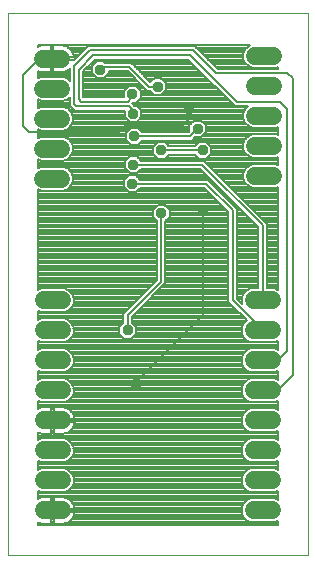
<source format=gbl>
G75*
%MOIN*%
%OFA0B0*%
%FSLAX25Y25*%
%IPPOS*%
%LPD*%
%AMOC8*
5,1,8,0,0,1.08239X$1,22.5*
%
%ADD10C,0.00000*%
%ADD11C,0.06000*%
%ADD12OC8,0.03562*%
%ADD13C,0.00800*%
D10*
X0002000Y0001000D02*
X0002000Y0181800D01*
X0102000Y0181800D01*
X0102000Y0001000D01*
X0002000Y0001000D01*
D11*
X0014000Y0016000D02*
X0020000Y0016000D01*
X0020000Y0026000D02*
X0014000Y0026000D01*
X0014000Y0036000D02*
X0020000Y0036000D01*
X0020000Y0046000D02*
X0014000Y0046000D01*
X0014000Y0056000D02*
X0020000Y0056000D01*
X0020000Y0066000D02*
X0014000Y0066000D01*
X0014000Y0076000D02*
X0020000Y0076000D01*
X0020000Y0086000D02*
X0014000Y0086000D01*
X0013800Y0126600D02*
X0019800Y0126600D01*
X0019800Y0136600D02*
X0013800Y0136600D01*
X0013800Y0146600D02*
X0019800Y0146600D01*
X0019800Y0156600D02*
X0013800Y0156600D01*
X0013800Y0166600D02*
X0019800Y0166600D01*
X0084600Y0167400D02*
X0090600Y0167400D01*
X0090600Y0157400D02*
X0084600Y0157400D01*
X0084600Y0147400D02*
X0090600Y0147400D01*
X0090600Y0137400D02*
X0084600Y0137400D01*
X0084600Y0127400D02*
X0090600Y0127400D01*
X0090000Y0086000D02*
X0084000Y0086000D01*
X0084000Y0076000D02*
X0090000Y0076000D01*
X0090000Y0066000D02*
X0084000Y0066000D01*
X0084000Y0056000D02*
X0090000Y0056000D01*
X0090000Y0046000D02*
X0084000Y0046000D01*
X0084000Y0036000D02*
X0090000Y0036000D01*
X0090000Y0026000D02*
X0084000Y0026000D01*
X0084000Y0016000D02*
X0090000Y0016000D01*
D12*
X0044812Y0058187D03*
X0042000Y0076000D03*
X0053250Y0115062D03*
X0043600Y0124900D03*
X0043900Y0131200D03*
X0044187Y0140688D03*
X0043875Y0148188D03*
X0043562Y0154750D03*
X0052000Y0157250D03*
X0062400Y0149700D03*
X0065437Y0143188D03*
X0067000Y0136000D03*
X0067000Y0116000D03*
X0053250Y0136000D03*
X0032938Y0162875D03*
D13*
X0033875Y0163813D01*
X0042625Y0163813D01*
X0049187Y0157250D01*
X0052000Y0157250D01*
X0049617Y0158800D02*
X0050848Y0160031D01*
X0053152Y0160031D01*
X0054781Y0158402D01*
X0054781Y0156098D01*
X0053152Y0154469D01*
X0050848Y0154469D01*
X0049467Y0155850D01*
X0048608Y0155850D01*
X0042045Y0162413D01*
X0035719Y0162413D01*
X0035719Y0161723D01*
X0034089Y0160094D01*
X0031786Y0160094D01*
X0030156Y0161723D01*
X0030156Y0164027D01*
X0031786Y0165656D01*
X0034089Y0165656D01*
X0034533Y0165212D01*
X0043205Y0165212D01*
X0044025Y0164392D01*
X0049617Y0158800D01*
X0049312Y0159105D02*
X0049922Y0159105D01*
X0050721Y0159904D02*
X0048514Y0159904D01*
X0047715Y0160702D02*
X0067818Y0160702D01*
X0068616Y0159904D02*
X0053279Y0159904D01*
X0054078Y0159105D02*
X0069415Y0159105D01*
X0070213Y0158307D02*
X0054781Y0158307D01*
X0054781Y0157508D02*
X0071012Y0157508D01*
X0071810Y0156710D02*
X0054781Y0156710D01*
X0054594Y0155911D02*
X0072609Y0155911D01*
X0073407Y0155113D02*
X0053796Y0155113D01*
X0050204Y0155113D02*
X0046344Y0155113D01*
X0046344Y0155902D02*
X0046344Y0153598D01*
X0044714Y0151969D01*
X0043699Y0151969D01*
X0043511Y0151781D01*
X0044025Y0151267D01*
X0044324Y0150969D01*
X0045027Y0150969D01*
X0046656Y0149339D01*
X0046656Y0147036D01*
X0045027Y0145406D01*
X0042723Y0145406D01*
X0041094Y0147036D01*
X0041094Y0149288D01*
X0024333Y0149288D01*
X0023512Y0150108D01*
X0023512Y0150208D01*
X0022800Y0150920D01*
X0022800Y0153943D01*
X0022066Y0153209D01*
X0020596Y0152600D01*
X0013004Y0152600D01*
X0012000Y0153016D01*
X0012000Y0150184D01*
X0013004Y0150600D01*
X0020596Y0150600D01*
X0022066Y0149991D01*
X0023191Y0148866D01*
X0023800Y0147396D01*
X0023800Y0145804D01*
X0023191Y0144334D01*
X0022066Y0143209D01*
X0020596Y0142600D01*
X0013004Y0142600D01*
X0012000Y0143016D01*
X0012000Y0140184D01*
X0013004Y0140600D01*
X0020596Y0140600D01*
X0022066Y0139991D01*
X0023191Y0138866D01*
X0023800Y0137396D01*
X0023800Y0135804D01*
X0023191Y0134334D01*
X0022066Y0133209D01*
X0020596Y0132600D01*
X0013004Y0132600D01*
X0012000Y0133016D01*
X0012000Y0130184D01*
X0013004Y0130600D01*
X0020596Y0130600D01*
X0022066Y0129991D01*
X0023191Y0128866D01*
X0023800Y0127396D01*
X0023800Y0125804D01*
X0023191Y0124334D01*
X0022066Y0123209D01*
X0020596Y0122600D01*
X0013004Y0122600D01*
X0012000Y0123016D01*
X0012000Y0089501D01*
X0013204Y0090000D01*
X0020796Y0090000D01*
X0022266Y0089391D01*
X0023391Y0088266D01*
X0024000Y0086796D01*
X0024000Y0085204D01*
X0023391Y0083734D01*
X0022266Y0082609D01*
X0020796Y0082000D01*
X0013204Y0082000D01*
X0012000Y0082499D01*
X0012000Y0079501D01*
X0013204Y0080000D01*
X0020796Y0080000D01*
X0022266Y0079391D01*
X0023391Y0078266D01*
X0024000Y0076796D01*
X0024000Y0075204D01*
X0023391Y0073734D01*
X0022266Y0072609D01*
X0020796Y0072000D01*
X0013204Y0072000D01*
X0012000Y0072499D01*
X0012000Y0069501D01*
X0013204Y0070000D01*
X0020796Y0070000D01*
X0022266Y0069391D01*
X0023391Y0068266D01*
X0024000Y0066796D01*
X0024000Y0065204D01*
X0023391Y0063734D01*
X0022266Y0062609D01*
X0020796Y0062000D01*
X0013204Y0062000D01*
X0012000Y0062499D01*
X0012000Y0059501D01*
X0013204Y0060000D01*
X0020796Y0060000D01*
X0022266Y0059391D01*
X0023391Y0058266D01*
X0024000Y0056796D01*
X0024000Y0055204D01*
X0023391Y0053734D01*
X0022266Y0052609D01*
X0020796Y0052000D01*
X0013204Y0052000D01*
X0012000Y0052499D01*
X0012000Y0049919D01*
X0012311Y0050078D01*
X0012970Y0050292D01*
X0013654Y0050400D01*
X0016600Y0050400D01*
X0016600Y0046400D01*
X0017400Y0046400D01*
X0017400Y0050400D01*
X0020346Y0050400D01*
X0021030Y0050292D01*
X0021689Y0050078D01*
X0022306Y0049763D01*
X0022866Y0049356D01*
X0023356Y0048866D01*
X0023763Y0048306D01*
X0024078Y0047689D01*
X0024292Y0047030D01*
X0024391Y0046400D01*
X0017400Y0046400D01*
X0017400Y0045600D01*
X0024391Y0045600D01*
X0024292Y0044970D01*
X0024078Y0044311D01*
X0023763Y0043694D01*
X0023356Y0043134D01*
X0022866Y0042644D01*
X0022306Y0042237D01*
X0021689Y0041922D01*
X0021030Y0041708D01*
X0020346Y0041600D01*
X0017400Y0041600D01*
X0017400Y0045600D01*
X0016600Y0045600D01*
X0016600Y0041600D01*
X0013654Y0041600D01*
X0012970Y0041708D01*
X0012311Y0041922D01*
X0012000Y0042081D01*
X0012000Y0039501D01*
X0013204Y0040000D01*
X0020796Y0040000D01*
X0022266Y0039391D01*
X0023391Y0038266D01*
X0024000Y0036796D01*
X0024000Y0035204D01*
X0023391Y0033734D01*
X0022266Y0032609D01*
X0020796Y0032000D01*
X0013204Y0032000D01*
X0012000Y0032499D01*
X0012000Y0029501D01*
X0013204Y0030000D01*
X0020796Y0030000D01*
X0022266Y0029391D01*
X0023391Y0028266D01*
X0024000Y0026796D01*
X0024000Y0025204D01*
X0023391Y0023734D01*
X0022266Y0022609D01*
X0020796Y0022000D01*
X0013204Y0022000D01*
X0012000Y0022499D01*
X0012000Y0019919D01*
X0012311Y0020078D01*
X0012970Y0020292D01*
X0013654Y0020400D01*
X0016600Y0020400D01*
X0016600Y0016400D01*
X0017400Y0016400D01*
X0017400Y0020400D01*
X0020346Y0020400D01*
X0021030Y0020292D01*
X0021689Y0020078D01*
X0022306Y0019763D01*
X0022866Y0019356D01*
X0023356Y0018866D01*
X0023763Y0018306D01*
X0024078Y0017689D01*
X0024292Y0017030D01*
X0024391Y0016400D01*
X0017400Y0016400D01*
X0017400Y0015600D01*
X0024391Y0015600D01*
X0024292Y0014970D01*
X0024078Y0014311D01*
X0023763Y0013694D01*
X0023356Y0013134D01*
X0022866Y0012644D01*
X0022306Y0012237D01*
X0021689Y0011922D01*
X0021030Y0011708D01*
X0020346Y0011600D01*
X0017400Y0011600D01*
X0017400Y0015600D01*
X0016600Y0015600D01*
X0016600Y0011600D01*
X0013654Y0011600D01*
X0012970Y0011708D01*
X0012311Y0011922D01*
X0012000Y0012081D01*
X0012000Y0011000D01*
X0092000Y0011000D01*
X0092000Y0012499D01*
X0090796Y0012000D01*
X0083204Y0012000D01*
X0081734Y0012609D01*
X0080609Y0013734D01*
X0080000Y0015204D01*
X0080000Y0016796D01*
X0080609Y0018266D01*
X0081734Y0019391D01*
X0083204Y0020000D01*
X0090796Y0020000D01*
X0092000Y0019501D01*
X0092000Y0022499D01*
X0090796Y0022000D01*
X0083204Y0022000D01*
X0081734Y0022609D01*
X0080609Y0023734D01*
X0080000Y0025204D01*
X0080000Y0026796D01*
X0080609Y0028266D01*
X0081734Y0029391D01*
X0083204Y0030000D01*
X0090796Y0030000D01*
X0092000Y0029501D01*
X0092000Y0032499D01*
X0090796Y0032000D01*
X0083204Y0032000D01*
X0081734Y0032609D01*
X0080609Y0033734D01*
X0080000Y0035204D01*
X0080000Y0036796D01*
X0080609Y0038266D01*
X0081734Y0039391D01*
X0083204Y0040000D01*
X0090796Y0040000D01*
X0092000Y0039501D01*
X0092000Y0042499D01*
X0090796Y0042000D01*
X0083204Y0042000D01*
X0081734Y0042609D01*
X0080609Y0043734D01*
X0080000Y0045204D01*
X0080000Y0046796D01*
X0080609Y0048266D01*
X0081734Y0049391D01*
X0083204Y0050000D01*
X0090796Y0050000D01*
X0092000Y0049501D01*
X0092000Y0052499D01*
X0090796Y0052000D01*
X0083204Y0052000D01*
X0081734Y0052609D01*
X0080609Y0053734D01*
X0080000Y0055204D01*
X0080000Y0056796D01*
X0080609Y0058266D01*
X0081734Y0059391D01*
X0083204Y0060000D01*
X0090796Y0060000D01*
X0092000Y0059501D01*
X0092000Y0062499D01*
X0090796Y0062000D01*
X0083204Y0062000D01*
X0081734Y0062609D01*
X0080609Y0063734D01*
X0080000Y0065204D01*
X0080000Y0066796D01*
X0080609Y0068266D01*
X0081734Y0069391D01*
X0083204Y0070000D01*
X0090796Y0070000D01*
X0092000Y0069501D01*
X0092000Y0072499D01*
X0090796Y0072000D01*
X0083204Y0072000D01*
X0081734Y0072609D01*
X0080609Y0073734D01*
X0080000Y0075204D01*
X0080000Y0076796D01*
X0080609Y0078266D01*
X0081682Y0079338D01*
X0075600Y0085420D01*
X0075600Y0115420D01*
X0067520Y0123500D01*
X0046133Y0123500D01*
X0044752Y0122119D01*
X0042448Y0122119D01*
X0040819Y0123748D01*
X0040819Y0126052D01*
X0042448Y0127681D01*
X0044752Y0127681D01*
X0046133Y0126300D01*
X0068680Y0126300D01*
X0078400Y0116580D01*
X0078400Y0086580D01*
X0080159Y0084821D01*
X0080000Y0085204D01*
X0080000Y0086796D01*
X0080609Y0088266D01*
X0081734Y0089391D01*
X0083204Y0090000D01*
X0085600Y0090000D01*
X0085600Y0110420D01*
X0066220Y0129800D01*
X0046433Y0129800D01*
X0045052Y0128419D01*
X0042748Y0128419D01*
X0041119Y0130048D01*
X0041119Y0132352D01*
X0042748Y0133981D01*
X0045052Y0133981D01*
X0046433Y0132600D01*
X0067380Y0132600D01*
X0087580Y0112400D01*
X0088400Y0111580D01*
X0088400Y0090000D01*
X0090796Y0090000D01*
X0092000Y0089501D01*
X0092000Y0123650D01*
X0091396Y0123400D01*
X0083804Y0123400D01*
X0082334Y0124009D01*
X0081209Y0125134D01*
X0080600Y0126604D01*
X0080600Y0128196D01*
X0081209Y0129666D01*
X0082334Y0130791D01*
X0083804Y0131400D01*
X0091396Y0131400D01*
X0092000Y0131150D01*
X0092000Y0133650D01*
X0091396Y0133400D01*
X0083804Y0133400D01*
X0082334Y0134009D01*
X0081209Y0135134D01*
X0080600Y0136604D01*
X0080600Y0138196D01*
X0081209Y0139666D01*
X0082334Y0140791D01*
X0083804Y0141400D01*
X0091396Y0141400D01*
X0092000Y0141150D01*
X0092000Y0143650D01*
X0091396Y0143400D01*
X0083804Y0143400D01*
X0082334Y0144009D01*
X0081209Y0145134D01*
X0080600Y0146604D01*
X0080600Y0148196D01*
X0081209Y0149666D01*
X0082243Y0150700D01*
X0077820Y0150700D01*
X0077000Y0151520D01*
X0062220Y0166300D01*
X0031080Y0166300D01*
X0027100Y0162320D01*
X0027100Y0153780D01*
X0027230Y0153650D01*
X0040781Y0153650D01*
X0040781Y0155902D01*
X0042411Y0157531D01*
X0044714Y0157531D01*
X0046344Y0155902D01*
X0046334Y0155911D02*
X0048546Y0155911D01*
X0047748Y0156710D02*
X0045536Y0156710D01*
X0044737Y0157508D02*
X0046949Y0157508D01*
X0046151Y0158307D02*
X0027100Y0158307D01*
X0027100Y0159105D02*
X0045352Y0159105D01*
X0044554Y0159904D02*
X0027100Y0159904D01*
X0027100Y0160702D02*
X0031177Y0160702D01*
X0030379Y0161501D02*
X0027100Y0161501D01*
X0027100Y0162299D02*
X0030156Y0162299D01*
X0030156Y0163098D02*
X0027878Y0163098D01*
X0028676Y0163896D02*
X0030156Y0163896D01*
X0030824Y0164695D02*
X0029475Y0164695D01*
X0030273Y0165493D02*
X0031623Y0165493D01*
X0031072Y0166292D02*
X0062228Y0166292D01*
X0063027Y0165493D02*
X0034252Y0165493D01*
X0035719Y0162299D02*
X0042158Y0162299D01*
X0042957Y0161501D02*
X0035496Y0161501D01*
X0034698Y0160702D02*
X0043755Y0160702D01*
X0042388Y0157508D02*
X0027100Y0157508D01*
X0027100Y0156710D02*
X0041589Y0156710D01*
X0040791Y0155911D02*
X0027100Y0155911D01*
X0027100Y0155113D02*
X0040781Y0155113D01*
X0040781Y0154314D02*
X0027100Y0154314D01*
X0025700Y0153200D02*
X0025700Y0162900D01*
X0030500Y0167700D01*
X0062800Y0167700D01*
X0078400Y0152100D01*
X0092900Y0152100D01*
X0095300Y0149700D01*
X0095300Y0069300D01*
X0094500Y0068500D01*
X0092000Y0066000D01*
X0087000Y0066000D01*
X0083041Y0072068D02*
X0020959Y0072068D01*
X0021588Y0069672D02*
X0082412Y0069672D01*
X0081217Y0068873D02*
X0022783Y0068873D01*
X0023470Y0068075D02*
X0080530Y0068075D01*
X0080199Y0067276D02*
X0023801Y0067276D01*
X0024000Y0066478D02*
X0080000Y0066478D01*
X0080000Y0065679D02*
X0024000Y0065679D01*
X0023866Y0064881D02*
X0080134Y0064881D01*
X0080465Y0064082D02*
X0023535Y0064082D01*
X0022941Y0063284D02*
X0081059Y0063284D01*
X0082033Y0062485D02*
X0021967Y0062485D01*
X0022366Y0059291D02*
X0081634Y0059291D01*
X0080836Y0058493D02*
X0023164Y0058493D01*
X0023628Y0057694D02*
X0080372Y0057694D01*
X0080041Y0056896D02*
X0023959Y0056896D01*
X0024000Y0056097D02*
X0080000Y0056097D01*
X0080000Y0055299D02*
X0024000Y0055299D01*
X0023708Y0054500D02*
X0080292Y0054500D01*
X0080641Y0053702D02*
X0023359Y0053702D01*
X0022560Y0052903D02*
X0081440Y0052903D01*
X0082502Y0049709D02*
X0022380Y0049709D01*
X0023312Y0048911D02*
X0081254Y0048911D01*
X0080545Y0048112D02*
X0023862Y0048112D01*
X0024200Y0047314D02*
X0080215Y0047314D01*
X0080000Y0046515D02*
X0024373Y0046515D01*
X0024275Y0044918D02*
X0080119Y0044918D01*
X0080000Y0045717D02*
X0017400Y0045717D01*
X0017400Y0046515D02*
X0016600Y0046515D01*
X0016600Y0047314D02*
X0017400Y0047314D01*
X0017400Y0048112D02*
X0016600Y0048112D01*
X0016600Y0048911D02*
X0017400Y0048911D01*
X0017400Y0049709D02*
X0016600Y0049709D01*
X0012952Y0052105D02*
X0012000Y0052105D01*
X0012000Y0051306D02*
X0092000Y0051306D01*
X0092000Y0050508D02*
X0012000Y0050508D01*
X0016600Y0044918D02*
X0017400Y0044918D01*
X0017400Y0044120D02*
X0016600Y0044120D01*
X0016600Y0043321D02*
X0017400Y0043321D01*
X0017400Y0042523D02*
X0016600Y0042523D01*
X0016600Y0041724D02*
X0017400Y0041724D01*
X0021079Y0041724D02*
X0092000Y0041724D01*
X0092000Y0040926D02*
X0012000Y0040926D01*
X0012000Y0041724D02*
X0012921Y0041724D01*
X0012000Y0040127D02*
X0092000Y0040127D01*
X0092000Y0032142D02*
X0091138Y0032142D01*
X0092000Y0031343D02*
X0012000Y0031343D01*
X0012000Y0030545D02*
X0092000Y0030545D01*
X0092000Y0029746D02*
X0091408Y0029746D01*
X0092000Y0021761D02*
X0012000Y0021761D01*
X0012000Y0020963D02*
X0092000Y0020963D01*
X0092000Y0020164D02*
X0021422Y0020164D01*
X0022853Y0019366D02*
X0081709Y0019366D01*
X0080910Y0018567D02*
X0023573Y0018567D01*
X0024037Y0017769D02*
X0080403Y0017769D01*
X0080072Y0016970D02*
X0024301Y0016970D01*
X0024356Y0015373D02*
X0080000Y0015373D01*
X0080000Y0016172D02*
X0017400Y0016172D01*
X0017400Y0016970D02*
X0016600Y0016970D01*
X0016600Y0017769D02*
X0017400Y0017769D01*
X0017400Y0018567D02*
X0016600Y0018567D01*
X0016600Y0019366D02*
X0017400Y0019366D01*
X0017400Y0020164D02*
X0016600Y0020164D01*
X0016600Y0015373D02*
X0017400Y0015373D01*
X0017400Y0014575D02*
X0016600Y0014575D01*
X0016600Y0013776D02*
X0017400Y0013776D01*
X0017400Y0012978D02*
X0016600Y0012978D01*
X0016600Y0012179D02*
X0017400Y0012179D01*
X0022193Y0012179D02*
X0082772Y0012179D01*
X0081365Y0012978D02*
X0023200Y0012978D01*
X0023805Y0013776D02*
X0080592Y0013776D01*
X0080261Y0014575D02*
X0024163Y0014575D01*
X0022147Y0022560D02*
X0081853Y0022560D01*
X0080985Y0023358D02*
X0023015Y0023358D01*
X0023566Y0024157D02*
X0080434Y0024157D01*
X0080103Y0024955D02*
X0023897Y0024955D01*
X0024000Y0025754D02*
X0080000Y0025754D01*
X0080000Y0026552D02*
X0024000Y0026552D01*
X0023770Y0027351D02*
X0080230Y0027351D01*
X0080561Y0028149D02*
X0023439Y0028149D01*
X0022709Y0028948D02*
X0081291Y0028948D01*
X0082592Y0029746D02*
X0021408Y0029746D01*
X0021138Y0032142D02*
X0082862Y0032142D01*
X0081403Y0032940D02*
X0022597Y0032940D01*
X0023393Y0033739D02*
X0080607Y0033739D01*
X0080276Y0034537D02*
X0023724Y0034537D01*
X0024000Y0035336D02*
X0080000Y0035336D01*
X0080000Y0036134D02*
X0024000Y0036134D01*
X0023943Y0036933D02*
X0080057Y0036933D01*
X0080388Y0037732D02*
X0023612Y0037732D01*
X0023127Y0038530D02*
X0080873Y0038530D01*
X0081672Y0039329D02*
X0022328Y0039329D01*
X0022699Y0042523D02*
X0081943Y0042523D01*
X0081022Y0043321D02*
X0023492Y0043321D01*
X0023980Y0044120D02*
X0080449Y0044120D01*
X0082952Y0052105D02*
X0021048Y0052105D01*
X0012000Y0060090D02*
X0092000Y0060090D01*
X0092000Y0060888D02*
X0012000Y0060888D01*
X0012000Y0061687D02*
X0092000Y0061687D01*
X0091967Y0062485D02*
X0092000Y0062485D01*
X0097000Y0061000D02*
X0092000Y0056000D01*
X0087000Y0056000D01*
X0091048Y0052105D02*
X0092000Y0052105D01*
X0092000Y0049709D02*
X0091498Y0049709D01*
X0097000Y0061000D02*
X0097000Y0160100D01*
X0095300Y0161800D01*
X0071500Y0161800D01*
X0063800Y0169500D01*
X0029400Y0169500D01*
X0024200Y0164300D01*
X0024200Y0151500D01*
X0024912Y0150788D01*
X0024912Y0150688D01*
X0042625Y0150688D01*
X0043875Y0149438D01*
X0043875Y0148188D01*
X0044172Y0151120D02*
X0077400Y0151120D01*
X0076601Y0151919D02*
X0043649Y0151919D01*
X0042000Y0152250D02*
X0043562Y0153813D01*
X0043562Y0154750D01*
X0042000Y0152250D02*
X0026650Y0152250D01*
X0025700Y0153200D01*
X0023398Y0150322D02*
X0021268Y0150322D01*
X0022534Y0149523D02*
X0024097Y0149523D01*
X0023250Y0148725D02*
X0041094Y0148725D01*
X0041094Y0147926D02*
X0023580Y0147926D01*
X0023800Y0147128D02*
X0041094Y0147128D01*
X0041800Y0146329D02*
X0023800Y0146329D01*
X0023687Y0145531D02*
X0042599Y0145531D01*
X0041600Y0144400D02*
X0060500Y0144400D01*
X0062100Y0146000D01*
X0062100Y0149400D01*
X0062400Y0149700D01*
X0064286Y0145969D02*
X0062656Y0144339D01*
X0062656Y0142386D01*
X0062358Y0142087D01*
X0046721Y0142087D01*
X0045339Y0143469D01*
X0043036Y0143469D01*
X0041406Y0141839D01*
X0041406Y0139536D01*
X0043036Y0137906D01*
X0045339Y0137906D01*
X0046721Y0139288D01*
X0063517Y0139288D01*
X0064636Y0140406D01*
X0066589Y0140406D01*
X0068219Y0142036D01*
X0068219Y0144339D01*
X0066589Y0145969D01*
X0064286Y0145969D01*
X0063847Y0145531D02*
X0045151Y0145531D01*
X0045950Y0146329D02*
X0080714Y0146329D01*
X0080600Y0147128D02*
X0046656Y0147128D01*
X0046656Y0147926D02*
X0080600Y0147926D01*
X0080819Y0148725D02*
X0046656Y0148725D01*
X0046472Y0149523D02*
X0081150Y0149523D01*
X0081865Y0150322D02*
X0045674Y0150322D01*
X0045463Y0152717D02*
X0075803Y0152717D01*
X0075004Y0153516D02*
X0046261Y0153516D01*
X0046344Y0154314D02*
X0074206Y0154314D01*
X0072080Y0163200D02*
X0065200Y0170080D01*
X0064380Y0170900D01*
X0028820Y0170900D01*
X0024120Y0166200D01*
X0017200Y0166200D01*
X0017200Y0167000D01*
X0016400Y0167000D01*
X0016400Y0171000D01*
X0013454Y0171000D01*
X0012770Y0170892D01*
X0012111Y0170678D01*
X0012000Y0170621D01*
X0012000Y0171000D01*
X0082839Y0171000D01*
X0082334Y0170791D01*
X0081209Y0169666D01*
X0080600Y0168196D01*
X0080600Y0166604D01*
X0081209Y0165134D01*
X0082334Y0164009D01*
X0083804Y0163400D01*
X0091396Y0163400D01*
X0092000Y0163650D01*
X0092000Y0163200D01*
X0072080Y0163200D01*
X0071384Y0163896D02*
X0082606Y0163896D01*
X0081648Y0164695D02*
X0070585Y0164695D01*
X0069787Y0165493D02*
X0081060Y0165493D01*
X0080729Y0166292D02*
X0068988Y0166292D01*
X0068190Y0167090D02*
X0080600Y0167090D01*
X0080600Y0167889D02*
X0067391Y0167889D01*
X0066593Y0168687D02*
X0080804Y0168687D01*
X0081134Y0169486D02*
X0065794Y0169486D01*
X0064995Y0170284D02*
X0081828Y0170284D01*
X0081045Y0145531D02*
X0067027Y0145531D01*
X0067826Y0144732D02*
X0081611Y0144732D01*
X0082516Y0143934D02*
X0068219Y0143934D01*
X0068219Y0143135D02*
X0092000Y0143135D01*
X0092000Y0142337D02*
X0068219Y0142337D01*
X0067721Y0141538D02*
X0092000Y0141538D01*
X0092000Y0133553D02*
X0091765Y0133553D01*
X0092000Y0132754D02*
X0046279Y0132754D01*
X0045480Y0133553D02*
X0051764Y0133553D01*
X0052098Y0133219D02*
X0054402Y0133219D01*
X0055783Y0134600D01*
X0064467Y0134600D01*
X0065848Y0133219D01*
X0068152Y0133219D01*
X0069781Y0134848D01*
X0069781Y0137152D01*
X0068152Y0138781D01*
X0065848Y0138781D01*
X0064467Y0137400D01*
X0055783Y0137400D01*
X0054402Y0138781D01*
X0052098Y0138781D01*
X0050469Y0137152D01*
X0050469Y0134848D01*
X0052098Y0133219D01*
X0050966Y0134351D02*
X0023198Y0134351D01*
X0023529Y0135150D02*
X0050469Y0135150D01*
X0050469Y0135948D02*
X0023800Y0135948D01*
X0023800Y0136747D02*
X0050469Y0136747D01*
X0050862Y0137545D02*
X0023738Y0137545D01*
X0023407Y0138344D02*
X0042598Y0138344D01*
X0041799Y0139142D02*
X0022914Y0139142D01*
X0022116Y0139941D02*
X0041406Y0139941D01*
X0041406Y0140739D02*
X0012000Y0140739D01*
X0012000Y0141538D02*
X0041406Y0141538D01*
X0041903Y0142337D02*
X0012000Y0142337D01*
X0009300Y0142000D02*
X0039200Y0142000D01*
X0041600Y0144400D01*
X0042702Y0143135D02*
X0021887Y0143135D01*
X0022790Y0143934D02*
X0062656Y0143934D01*
X0062656Y0143135D02*
X0045673Y0143135D01*
X0046472Y0142337D02*
X0062607Y0142337D01*
X0062937Y0140688D02*
X0065437Y0143188D01*
X0063049Y0144732D02*
X0023356Y0144732D01*
X0022800Y0151120D02*
X0012000Y0151120D01*
X0012000Y0150322D02*
X0012332Y0150322D01*
X0012000Y0151919D02*
X0022800Y0151919D01*
X0022800Y0152717D02*
X0020878Y0152717D01*
X0022373Y0153516D02*
X0022800Y0153516D01*
X0022800Y0159257D02*
X0022066Y0159991D01*
X0020596Y0160600D01*
X0013004Y0160600D01*
X0012000Y0160184D01*
X0012000Y0162579D01*
X0012111Y0162522D01*
X0012770Y0162308D01*
X0013454Y0162200D01*
X0016400Y0162200D01*
X0016400Y0166200D01*
X0012000Y0166200D01*
X0012000Y0167000D01*
X0016400Y0167000D01*
X0016400Y0166200D01*
X0017200Y0166200D01*
X0017200Y0162200D01*
X0020146Y0162200D01*
X0020830Y0162308D01*
X0021489Y0162522D01*
X0022106Y0162837D01*
X0022666Y0163244D01*
X0022800Y0163377D01*
X0022800Y0159257D01*
X0022800Y0159904D02*
X0022153Y0159904D01*
X0022800Y0160702D02*
X0012000Y0160702D01*
X0012000Y0161501D02*
X0022800Y0161501D01*
X0022800Y0162299D02*
X0020773Y0162299D01*
X0022465Y0163098D02*
X0022800Y0163098D01*
X0024212Y0166292D02*
X0017200Y0166292D01*
X0016800Y0166600D02*
X0012600Y0166600D01*
X0007000Y0161000D01*
X0007000Y0144300D01*
X0009300Y0142000D01*
X0012000Y0132754D02*
X0012632Y0132754D01*
X0012000Y0131956D02*
X0041119Y0131956D01*
X0041119Y0131157D02*
X0012000Y0131157D01*
X0012000Y0130359D02*
X0012422Y0130359D01*
X0012000Y0122374D02*
X0042193Y0122374D01*
X0041395Y0123172D02*
X0021977Y0123172D01*
X0022828Y0123971D02*
X0040819Y0123971D01*
X0040819Y0124769D02*
X0023371Y0124769D01*
X0023702Y0125568D02*
X0040819Y0125568D01*
X0041133Y0126366D02*
X0023800Y0126366D01*
X0023800Y0127165D02*
X0041932Y0127165D01*
X0042405Y0128762D02*
X0023234Y0128762D01*
X0023565Y0127963D02*
X0068057Y0127963D01*
X0068855Y0127165D02*
X0045268Y0127165D01*
X0046067Y0126366D02*
X0069654Y0126366D01*
X0069412Y0125568D02*
X0070452Y0125568D01*
X0070211Y0124769D02*
X0071251Y0124769D01*
X0071009Y0123971D02*
X0072049Y0123971D01*
X0071808Y0123172D02*
X0072848Y0123172D01*
X0072606Y0122374D02*
X0073646Y0122374D01*
X0073405Y0121575D02*
X0074445Y0121575D01*
X0074203Y0120777D02*
X0075243Y0120777D01*
X0075002Y0119978D02*
X0076042Y0119978D01*
X0075800Y0119180D02*
X0076840Y0119180D01*
X0076599Y0118381D02*
X0077639Y0118381D01*
X0077397Y0117583D02*
X0078437Y0117583D01*
X0078196Y0116784D02*
X0079236Y0116784D01*
X0080034Y0115986D02*
X0078400Y0115986D01*
X0078400Y0115187D02*
X0080833Y0115187D01*
X0081631Y0114389D02*
X0078400Y0114389D01*
X0078400Y0113590D02*
X0082430Y0113590D01*
X0083229Y0112792D02*
X0078400Y0112792D01*
X0078400Y0111993D02*
X0084027Y0111993D01*
X0084826Y0111195D02*
X0078400Y0111195D01*
X0078400Y0110396D02*
X0085600Y0110396D01*
X0085600Y0109598D02*
X0078400Y0109598D01*
X0078400Y0108799D02*
X0085600Y0108799D01*
X0085600Y0108001D02*
X0078400Y0108001D01*
X0078400Y0107202D02*
X0085600Y0107202D01*
X0085600Y0106403D02*
X0078400Y0106403D01*
X0078400Y0105605D02*
X0085600Y0105605D01*
X0085600Y0104806D02*
X0078400Y0104806D01*
X0078400Y0104008D02*
X0085600Y0104008D01*
X0085600Y0103209D02*
X0078400Y0103209D01*
X0078400Y0102411D02*
X0085600Y0102411D01*
X0085600Y0101612D02*
X0078400Y0101612D01*
X0078400Y0100814D02*
X0085600Y0100814D01*
X0085600Y0100015D02*
X0078400Y0100015D01*
X0078400Y0099217D02*
X0085600Y0099217D01*
X0085600Y0098418D02*
X0078400Y0098418D01*
X0078400Y0097620D02*
X0085600Y0097620D01*
X0085600Y0096821D02*
X0078400Y0096821D01*
X0078400Y0096023D02*
X0085600Y0096023D01*
X0085600Y0095224D02*
X0078400Y0095224D01*
X0078400Y0094426D02*
X0085600Y0094426D01*
X0085600Y0093627D02*
X0078400Y0093627D01*
X0078400Y0092829D02*
X0085600Y0092829D01*
X0085600Y0092030D02*
X0078400Y0092030D01*
X0078400Y0091232D02*
X0085600Y0091232D01*
X0085600Y0090433D02*
X0078400Y0090433D01*
X0078400Y0089635D02*
X0082323Y0089635D01*
X0081179Y0088836D02*
X0078400Y0088836D01*
X0078400Y0088038D02*
X0080514Y0088038D01*
X0080184Y0087239D02*
X0078400Y0087239D01*
X0078539Y0086441D02*
X0080000Y0086441D01*
X0080000Y0085642D02*
X0079338Y0085642D01*
X0080136Y0084844D02*
X0080149Y0084844D01*
X0077773Y0083247D02*
X0046227Y0083247D01*
X0047025Y0084045D02*
X0076975Y0084045D01*
X0076176Y0084844D02*
X0047824Y0084844D01*
X0048622Y0085642D02*
X0075600Y0085642D01*
X0075600Y0086441D02*
X0049421Y0086441D01*
X0050219Y0087239D02*
X0075600Y0087239D01*
X0075600Y0088038D02*
X0051018Y0088038D01*
X0051816Y0088836D02*
X0075600Y0088836D01*
X0075600Y0089635D02*
X0052615Y0089635D01*
X0053413Y0090433D02*
X0075600Y0090433D01*
X0075600Y0091232D02*
X0054212Y0091232D01*
X0054650Y0091670D02*
X0054650Y0112529D01*
X0056031Y0113911D01*
X0056031Y0116214D01*
X0054402Y0117844D01*
X0052098Y0117844D01*
X0050469Y0116214D01*
X0050469Y0113911D01*
X0051850Y0112529D01*
X0051850Y0092830D01*
X0040600Y0081580D01*
X0040600Y0078533D01*
X0039219Y0077152D01*
X0039219Y0074848D01*
X0040848Y0073219D01*
X0043152Y0073219D01*
X0044781Y0074848D01*
X0044781Y0077152D01*
X0043400Y0078533D01*
X0043400Y0080420D01*
X0054650Y0091670D01*
X0054650Y0092030D02*
X0075600Y0092030D01*
X0075600Y0092829D02*
X0054650Y0092829D01*
X0054650Y0093627D02*
X0075600Y0093627D01*
X0075600Y0094426D02*
X0054650Y0094426D01*
X0054650Y0095224D02*
X0075600Y0095224D01*
X0075600Y0096023D02*
X0054650Y0096023D01*
X0054650Y0096821D02*
X0075600Y0096821D01*
X0075600Y0097620D02*
X0054650Y0097620D01*
X0054650Y0098418D02*
X0075600Y0098418D01*
X0075600Y0099217D02*
X0054650Y0099217D01*
X0054650Y0100015D02*
X0075600Y0100015D01*
X0075600Y0100814D02*
X0054650Y0100814D01*
X0054650Y0101612D02*
X0075600Y0101612D01*
X0075600Y0102411D02*
X0054650Y0102411D01*
X0054650Y0103209D02*
X0075600Y0103209D01*
X0075600Y0104008D02*
X0054650Y0104008D01*
X0054650Y0104806D02*
X0075600Y0104806D01*
X0075600Y0105605D02*
X0054650Y0105605D01*
X0054650Y0106403D02*
X0075600Y0106403D01*
X0075600Y0107202D02*
X0054650Y0107202D01*
X0054650Y0108001D02*
X0075600Y0108001D01*
X0075600Y0108799D02*
X0054650Y0108799D01*
X0054650Y0109598D02*
X0075600Y0109598D01*
X0075600Y0110396D02*
X0054650Y0110396D01*
X0054650Y0111195D02*
X0075600Y0111195D01*
X0075600Y0111993D02*
X0054650Y0111993D01*
X0054912Y0112792D02*
X0075600Y0112792D01*
X0075600Y0113590D02*
X0055711Y0113590D01*
X0056031Y0114389D02*
X0075600Y0114389D01*
X0075600Y0115187D02*
X0056031Y0115187D01*
X0056031Y0115986D02*
X0075034Y0115986D01*
X0074236Y0116784D02*
X0055461Y0116784D01*
X0054663Y0117583D02*
X0073437Y0117583D01*
X0072639Y0118381D02*
X0012000Y0118381D01*
X0012000Y0117583D02*
X0051837Y0117583D01*
X0051039Y0116784D02*
X0012000Y0116784D01*
X0012000Y0115986D02*
X0050469Y0115986D01*
X0050469Y0115187D02*
X0012000Y0115187D01*
X0012000Y0114389D02*
X0050469Y0114389D01*
X0050789Y0113590D02*
X0012000Y0113590D01*
X0012000Y0112792D02*
X0051588Y0112792D01*
X0051850Y0111993D02*
X0012000Y0111993D01*
X0012000Y0111195D02*
X0051850Y0111195D01*
X0051850Y0110396D02*
X0012000Y0110396D01*
X0012000Y0109598D02*
X0051850Y0109598D01*
X0051850Y0108799D02*
X0012000Y0108799D01*
X0012000Y0108001D02*
X0051850Y0108001D01*
X0051850Y0107202D02*
X0012000Y0107202D01*
X0012000Y0106403D02*
X0051850Y0106403D01*
X0051850Y0105605D02*
X0012000Y0105605D01*
X0012000Y0104806D02*
X0051850Y0104806D01*
X0051850Y0104008D02*
X0012000Y0104008D01*
X0012000Y0103209D02*
X0051850Y0103209D01*
X0051850Y0102411D02*
X0012000Y0102411D01*
X0012000Y0101612D02*
X0051850Y0101612D01*
X0051850Y0100814D02*
X0012000Y0100814D01*
X0012000Y0100015D02*
X0051850Y0100015D01*
X0051850Y0099217D02*
X0012000Y0099217D01*
X0012000Y0098418D02*
X0051850Y0098418D01*
X0051850Y0097620D02*
X0012000Y0097620D01*
X0012000Y0096821D02*
X0051850Y0096821D01*
X0051850Y0096023D02*
X0012000Y0096023D01*
X0012000Y0095224D02*
X0051850Y0095224D01*
X0051850Y0094426D02*
X0012000Y0094426D01*
X0012000Y0093627D02*
X0051850Y0093627D01*
X0051849Y0092829D02*
X0012000Y0092829D01*
X0012000Y0092030D02*
X0051050Y0092030D01*
X0050252Y0091232D02*
X0012000Y0091232D01*
X0012000Y0090433D02*
X0049453Y0090433D01*
X0048655Y0089635D02*
X0021677Y0089635D01*
X0022821Y0088836D02*
X0047856Y0088836D01*
X0047058Y0088038D02*
X0023486Y0088038D01*
X0023816Y0087239D02*
X0046259Y0087239D01*
X0045461Y0086441D02*
X0024000Y0086441D01*
X0024000Y0085642D02*
X0044662Y0085642D01*
X0043864Y0084844D02*
X0023851Y0084844D01*
X0023520Y0084045D02*
X0043065Y0084045D01*
X0042267Y0083247D02*
X0022904Y0083247D01*
X0021878Y0082448D02*
X0041468Y0082448D01*
X0040670Y0081650D02*
X0012000Y0081650D01*
X0012000Y0082448D02*
X0012122Y0082448D01*
X0012000Y0080851D02*
X0040600Y0080851D01*
X0040600Y0080053D02*
X0012000Y0080053D01*
X0012000Y0072068D02*
X0013041Y0072068D01*
X0012000Y0071269D02*
X0092000Y0071269D01*
X0092000Y0070470D02*
X0012000Y0070470D01*
X0012000Y0069672D02*
X0012412Y0069672D01*
X0012033Y0062485D02*
X0012000Y0062485D01*
X0022523Y0072866D02*
X0081477Y0072866D01*
X0080679Y0073665D02*
X0043598Y0073665D01*
X0044396Y0074463D02*
X0080307Y0074463D01*
X0080000Y0075262D02*
X0044781Y0075262D01*
X0044781Y0076060D02*
X0080000Y0076060D01*
X0080026Y0076859D02*
X0044781Y0076859D01*
X0044276Y0077657D02*
X0080357Y0077657D01*
X0080799Y0078456D02*
X0043477Y0078456D01*
X0043400Y0079254D02*
X0081597Y0079254D01*
X0080967Y0080053D02*
X0043400Y0080053D01*
X0043831Y0080851D02*
X0080169Y0080851D01*
X0079370Y0081650D02*
X0044630Y0081650D01*
X0045428Y0082448D02*
X0078572Y0082448D01*
X0077000Y0086000D02*
X0077000Y0116000D01*
X0068100Y0124900D01*
X0043600Y0124900D01*
X0045805Y0123172D02*
X0067848Y0123172D01*
X0068646Y0122374D02*
X0045007Y0122374D01*
X0045395Y0128762D02*
X0067258Y0128762D01*
X0066460Y0129560D02*
X0046193Y0129560D01*
X0043900Y0131200D02*
X0066800Y0131200D01*
X0087000Y0111000D01*
X0087000Y0086000D01*
X0088400Y0090433D02*
X0092000Y0090433D01*
X0092000Y0089635D02*
X0091677Y0089635D01*
X0092000Y0091232D02*
X0088400Y0091232D01*
X0088400Y0092030D02*
X0092000Y0092030D01*
X0092000Y0092829D02*
X0088400Y0092829D01*
X0088400Y0093627D02*
X0092000Y0093627D01*
X0092000Y0094426D02*
X0088400Y0094426D01*
X0088400Y0095224D02*
X0092000Y0095224D01*
X0092000Y0096023D02*
X0088400Y0096023D01*
X0088400Y0096821D02*
X0092000Y0096821D01*
X0092000Y0097620D02*
X0088400Y0097620D01*
X0088400Y0098418D02*
X0092000Y0098418D01*
X0092000Y0099217D02*
X0088400Y0099217D01*
X0088400Y0100015D02*
X0092000Y0100015D01*
X0092000Y0100814D02*
X0088400Y0100814D01*
X0088400Y0101612D02*
X0092000Y0101612D01*
X0092000Y0102411D02*
X0088400Y0102411D01*
X0088400Y0103209D02*
X0092000Y0103209D01*
X0092000Y0104008D02*
X0088400Y0104008D01*
X0088400Y0104806D02*
X0092000Y0104806D01*
X0092000Y0105605D02*
X0088400Y0105605D01*
X0088400Y0106403D02*
X0092000Y0106403D01*
X0092000Y0107202D02*
X0088400Y0107202D01*
X0088400Y0108001D02*
X0092000Y0108001D01*
X0092000Y0108799D02*
X0088400Y0108799D01*
X0088400Y0109598D02*
X0092000Y0109598D01*
X0092000Y0110396D02*
X0088400Y0110396D01*
X0088400Y0111195D02*
X0092000Y0111195D01*
X0092000Y0111993D02*
X0087987Y0111993D01*
X0087188Y0112792D02*
X0092000Y0112792D01*
X0092000Y0113590D02*
X0086390Y0113590D01*
X0085591Y0114389D02*
X0092000Y0114389D01*
X0092000Y0115187D02*
X0084793Y0115187D01*
X0083994Y0115986D02*
X0092000Y0115986D01*
X0092000Y0116784D02*
X0083196Y0116784D01*
X0082397Y0117583D02*
X0092000Y0117583D01*
X0092000Y0118381D02*
X0081599Y0118381D01*
X0080800Y0119180D02*
X0092000Y0119180D01*
X0092000Y0119978D02*
X0080002Y0119978D01*
X0079203Y0120777D02*
X0092000Y0120777D01*
X0092000Y0121575D02*
X0078405Y0121575D01*
X0077606Y0122374D02*
X0092000Y0122374D01*
X0092000Y0123172D02*
X0076808Y0123172D01*
X0076009Y0123971D02*
X0082426Y0123971D01*
X0081574Y0124769D02*
X0075211Y0124769D01*
X0074412Y0125568D02*
X0081029Y0125568D01*
X0080699Y0126366D02*
X0073614Y0126366D01*
X0072815Y0127165D02*
X0080600Y0127165D01*
X0080600Y0127963D02*
X0072017Y0127963D01*
X0071218Y0128762D02*
X0080835Y0128762D01*
X0081165Y0129560D02*
X0070420Y0129560D01*
X0069621Y0130359D02*
X0081902Y0130359D01*
X0083219Y0131157D02*
X0068823Y0131157D01*
X0068024Y0131956D02*
X0092000Y0131956D01*
X0091981Y0131157D02*
X0092000Y0131157D01*
X0083435Y0133553D02*
X0068486Y0133553D01*
X0069284Y0134351D02*
X0081992Y0134351D01*
X0081202Y0135150D02*
X0069781Y0135150D01*
X0069781Y0135948D02*
X0080872Y0135948D01*
X0080600Y0136747D02*
X0069781Y0136747D01*
X0069388Y0137545D02*
X0080600Y0137545D01*
X0080661Y0138344D02*
X0068589Y0138344D01*
X0067000Y0136000D02*
X0053250Y0136000D01*
X0051661Y0138344D02*
X0045777Y0138344D01*
X0046576Y0139142D02*
X0080992Y0139142D01*
X0081484Y0139941D02*
X0064171Y0139941D01*
X0062937Y0140688D02*
X0044187Y0140688D01*
X0042320Y0133553D02*
X0022410Y0133553D01*
X0020968Y0132754D02*
X0041521Y0132754D01*
X0041119Y0130359D02*
X0021178Y0130359D01*
X0022497Y0129560D02*
X0041607Y0129560D01*
X0053250Y0115062D02*
X0053250Y0092250D01*
X0042000Y0081000D01*
X0042000Y0076000D01*
X0040402Y0073665D02*
X0023321Y0073665D01*
X0023693Y0074463D02*
X0039604Y0074463D01*
X0039219Y0075262D02*
X0024000Y0075262D01*
X0024000Y0076060D02*
X0039219Y0076060D01*
X0039219Y0076859D02*
X0023974Y0076859D01*
X0023643Y0077657D02*
X0039724Y0077657D01*
X0040523Y0078456D02*
X0023201Y0078456D01*
X0022403Y0079254D02*
X0040600Y0079254D01*
X0047000Y0061000D02*
X0067000Y0081000D01*
X0067000Y0116000D01*
X0070243Y0120777D02*
X0012000Y0120777D01*
X0012000Y0121575D02*
X0069445Y0121575D01*
X0071042Y0119978D02*
X0012000Y0119978D01*
X0012000Y0119180D02*
X0071840Y0119180D01*
X0065514Y0133553D02*
X0054736Y0133553D01*
X0055534Y0134351D02*
X0064716Y0134351D01*
X0064612Y0137545D02*
X0055638Y0137545D01*
X0054839Y0138344D02*
X0065411Y0138344D01*
X0066923Y0140739D02*
X0082283Y0140739D01*
X0067019Y0161501D02*
X0046917Y0161501D01*
X0046118Y0162299D02*
X0066221Y0162299D01*
X0065422Y0163098D02*
X0045320Y0163098D01*
X0044521Y0163896D02*
X0064624Y0163896D01*
X0063825Y0164695D02*
X0043723Y0164695D01*
X0028205Y0170284D02*
X0022215Y0170284D01*
X0022106Y0170363D02*
X0021489Y0170678D01*
X0020830Y0170892D01*
X0020146Y0171000D01*
X0017200Y0171000D01*
X0017200Y0167000D01*
X0024191Y0167000D01*
X0024092Y0167630D01*
X0023878Y0168289D01*
X0023563Y0168906D01*
X0023156Y0169466D01*
X0022666Y0169956D01*
X0022106Y0170363D01*
X0023137Y0169486D02*
X0027406Y0169486D01*
X0026607Y0168687D02*
X0023675Y0168687D01*
X0024008Y0167889D02*
X0025809Y0167889D01*
X0025010Y0167090D02*
X0024177Y0167090D01*
X0017200Y0167090D02*
X0016400Y0167090D01*
X0016400Y0166292D02*
X0012000Y0166292D01*
X0012000Y0162299D02*
X0012827Y0162299D01*
X0016400Y0162299D02*
X0017200Y0162299D01*
X0017200Y0163098D02*
X0016400Y0163098D01*
X0016400Y0163896D02*
X0017200Y0163896D01*
X0017200Y0164695D02*
X0016400Y0164695D01*
X0016400Y0165493D02*
X0017200Y0165493D01*
X0017200Y0167889D02*
X0016400Y0167889D01*
X0016400Y0168687D02*
X0017200Y0168687D01*
X0017200Y0169486D02*
X0016400Y0169486D01*
X0016400Y0170284D02*
X0017200Y0170284D01*
X0012722Y0152717D02*
X0012000Y0152717D01*
X0012000Y0089635D02*
X0012323Y0089635D01*
X0044812Y0058812D02*
X0044812Y0058187D01*
X0044812Y0058812D02*
X0047000Y0061000D01*
X0077000Y0086000D02*
X0087000Y0076000D01*
X0090959Y0072068D02*
X0092000Y0072068D01*
X0092000Y0069672D02*
X0091588Y0069672D01*
X0091228Y0012179D02*
X0092000Y0012179D01*
X0092000Y0011381D02*
X0012000Y0011381D01*
X0012000Y0020164D02*
X0012578Y0020164D01*
X0012592Y0029746D02*
X0012000Y0029746D01*
X0012000Y0032142D02*
X0012862Y0032142D01*
M02*

</source>
